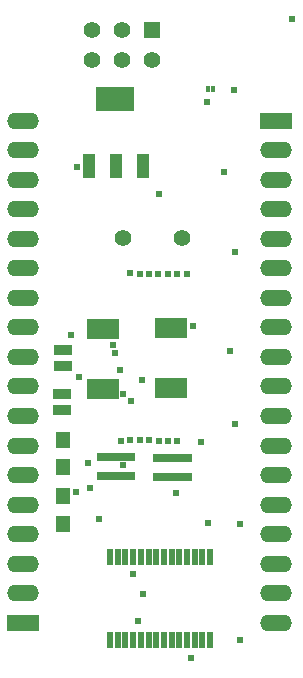
<source format=gbs>
G04*
G04 #@! TF.GenerationSoftware,Altium Limited,Altium Designer,21.0.9 (235)*
G04*
G04 Layer_Color=16711935*
%FSLAX25Y25*%
%MOIN*%
G70*
G04*
G04 #@! TF.SameCoordinates,8C7BE193-C278-4644-9D0B-105955A7BB27*
G04*
G04*
G04 #@! TF.FilePolarity,Negative*
G04*
G01*
G75*
%ADD32R,0.05131X0.05721*%
%ADD34R,0.06115X0.03556*%
%ADD36R,0.10642X0.05524*%
%ADD37O,0.10642X0.05524*%
%ADD38C,0.05524*%
%ADD39R,0.05524X0.05524*%
%ADD40C,0.02375*%
%ADD54R,0.01981X0.05721*%
%ADD55R,0.04107X0.07887*%
%ADD56R,0.13005X0.07887*%
%ADD57R,0.10642X0.07099*%
%ADD58R,0.03359X0.02572*%
%ADD59R,0.01391X0.02060*%
D32*
X22441Y83268D02*
D03*
Y92520D02*
D03*
Y73622D02*
D03*
Y64370D02*
D03*
D34*
X22244Y107874D02*
D03*
Y102362D02*
D03*
X22441Y122441D02*
D03*
Y116929D02*
D03*
D36*
X93504Y198819D02*
D03*
X9212Y31496D02*
D03*
D37*
X93504D02*
D03*
Y41339D02*
D03*
Y51181D02*
D03*
Y61024D02*
D03*
Y70866D02*
D03*
Y80709D02*
D03*
Y90551D02*
D03*
Y100394D02*
D03*
Y110236D02*
D03*
Y120079D02*
D03*
Y129921D02*
D03*
Y139764D02*
D03*
Y149606D02*
D03*
Y159449D02*
D03*
Y169291D02*
D03*
Y179134D02*
D03*
Y188976D02*
D03*
X9212Y198819D02*
D03*
Y188976D02*
D03*
Y179134D02*
D03*
Y169291D02*
D03*
Y159449D02*
D03*
Y149606D02*
D03*
Y139764D02*
D03*
Y129921D02*
D03*
Y120079D02*
D03*
Y110236D02*
D03*
Y100394D02*
D03*
Y90551D02*
D03*
Y80709D02*
D03*
Y70866D02*
D03*
Y61024D02*
D03*
Y51181D02*
D03*
Y41339D02*
D03*
D38*
X62008Y159843D02*
D03*
X42323D02*
D03*
X42165Y229134D02*
D03*
X32165D02*
D03*
X42165Y219134D02*
D03*
X32165D02*
D03*
X52165D02*
D03*
D39*
Y229134D02*
D03*
D40*
X47539Y32185D02*
D03*
X27067Y183338D02*
D03*
X79921Y97638D02*
D03*
Y155020D02*
D03*
X68385Y91732D02*
D03*
X76279Y181791D02*
D03*
X79626Y209055D02*
D03*
X98917Y232579D02*
D03*
X81570Y25664D02*
D03*
X81595Y64272D02*
D03*
X49016Y41142D02*
D03*
X45866Y47638D02*
D03*
X42421Y84055D02*
D03*
X65108Y19636D02*
D03*
X63779Y147835D02*
D03*
X60630D02*
D03*
X57382D02*
D03*
X54035Y147736D02*
D03*
X51083Y147835D02*
D03*
X48130D02*
D03*
X44980Y147933D02*
D03*
X27756Y113287D02*
D03*
X25098Y127362D02*
D03*
X78150Y122146D02*
D03*
X39272Y124213D02*
D03*
X39862Y121457D02*
D03*
X42421Y107776D02*
D03*
X45157Y105463D02*
D03*
X48031Y92421D02*
D03*
X48819Y112402D02*
D03*
X44882Y92421D02*
D03*
X41634Y115748D02*
D03*
X41732Y92224D02*
D03*
X51181Y92421D02*
D03*
X54331Y92126D02*
D03*
X57480Y92126D02*
D03*
X60630Y92126D02*
D03*
X26969Y75000D02*
D03*
X70669Y64764D02*
D03*
X60039Y74705D02*
D03*
X30807Y84646D02*
D03*
X31605Y76382D02*
D03*
X34547Y66043D02*
D03*
X65748Y130315D02*
D03*
X70374Y205020D02*
D03*
X54626Y174409D02*
D03*
D54*
X38189Y25591D02*
D03*
X40748D02*
D03*
X43307D02*
D03*
X45866D02*
D03*
X48425D02*
D03*
X50984D02*
D03*
X53543D02*
D03*
X56102D02*
D03*
X58661D02*
D03*
X61221D02*
D03*
X63779D02*
D03*
X66339D02*
D03*
X68898D02*
D03*
X71457D02*
D03*
X71457Y53347D02*
D03*
X68898D02*
D03*
X66339D02*
D03*
X63779D02*
D03*
X61221D02*
D03*
X58661D02*
D03*
X56102D02*
D03*
X53543D02*
D03*
X50984D02*
D03*
X48425D02*
D03*
X45866D02*
D03*
X43307D02*
D03*
X40748D02*
D03*
X38189D02*
D03*
D55*
X31201Y183858D02*
D03*
X40256D02*
D03*
X49311D02*
D03*
D56*
X39862Y205906D02*
D03*
D57*
X35925Y109252D02*
D03*
Y129331D02*
D03*
X58366Y109646D02*
D03*
Y129724D02*
D03*
D58*
X35335Y86713D02*
D03*
X38484D02*
D03*
X41634D02*
D03*
X44783D02*
D03*
Y80413D02*
D03*
X41634D02*
D03*
X38484D02*
D03*
X35335D02*
D03*
X54232Y86417D02*
D03*
X57382D02*
D03*
X60532D02*
D03*
X63681D02*
D03*
Y80118D02*
D03*
X60532D02*
D03*
X57382D02*
D03*
X54232D02*
D03*
D59*
X70768Y209350D02*
D03*
X72342D02*
D03*
M02*

</source>
